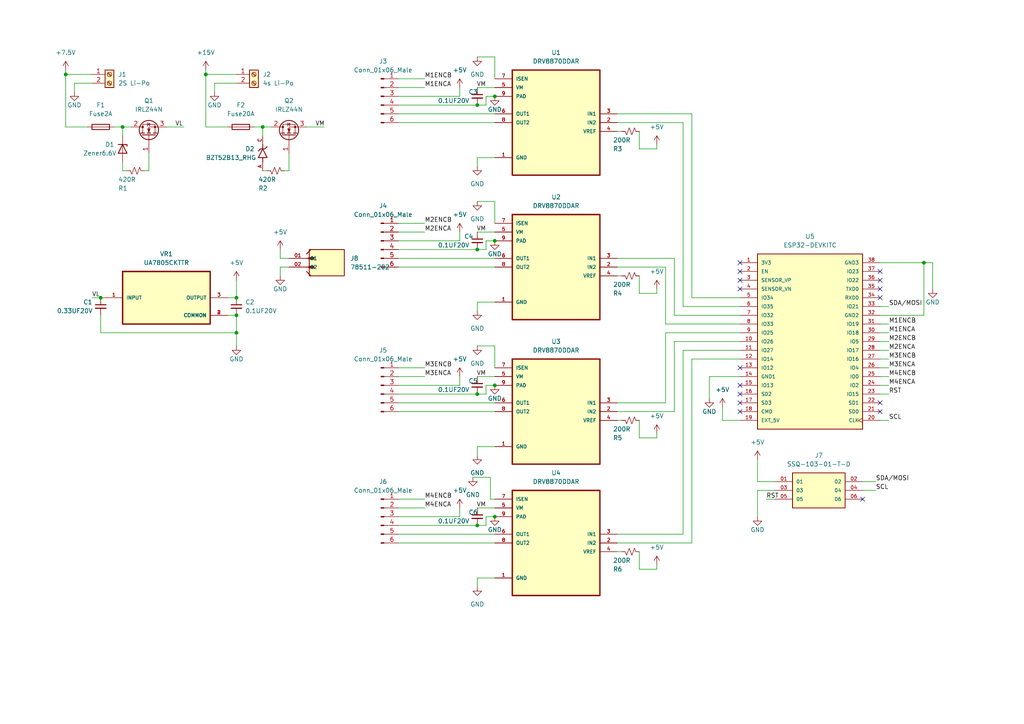
<source format=kicad_sch>
(kicad_sch (version 20211123) (generator eeschema)
  (paper "A4")
  (lib_symbols
    (symbol "78511-202:78511-202" (pin_names (offset 1.016))
      (property "Reference" "J" (at -5.58 5.08 0))
      (property "Value" "78511-202" (at -5.08 -5.08 0))
      (symbol "78511-202_0_0"
        (rectangle (start -4.445 -0.3175) (end -2.8575 0.3175) (stroke (width 0.1)) (fill (type outline)))
        (rectangle (start -4.445 2.2225) (end -2.8575 2.8575) (stroke (width 0.1)) (fill (type outline)))
        (rectangle (start -4.2863 -2.54) (end 5.8738 5.08) (stroke (width 0.254)) (fill (type background)))
        (polyline (pts (xy -5.08 -1.27) (xy -3.81 -2.54)) (stroke (width 0.254)))
        (polyline (pts (xy -5.08 0) (xy -3.175 0)) (stroke (width 0.254)))
        (polyline (pts (xy -5.08 2.54) (xy -3.175 2.54)) (stroke (width 0.254)))
        (polyline (pts (xy -5.08 3.81) (xy -3.81 5.08)) (stroke (width 0.254)))
        (pin passive line (at -10.16 2.54 0) (length 5.08) (name "01") (number "01"))
        (pin passive line (at -10.16 0 0) (length 5.08) (name "02") (number "02"))
      )
    )
    (symbol "BZT52B13_RHG:BZT52B13_RHG" (pin_names (offset 1.016))
      (property "Reference" "D" (at -5.08 2.54 0))
      (property "Value" "BZT52B13_RHG" (at -5.08 -3.81 0))
      (symbol "BZT52B13_RHG_0_0"
        (polyline (pts (xy -2.54 0) (xy -1.27 0)) (stroke (width 0.254)))
        (polyline (pts (xy -1.27 -1.27) (xy 1.27 0)) (stroke (width 0.254)))
        (polyline (pts (xy -1.27 0) (xy -1.27 -1.27)) (stroke (width 0.254)))
        (polyline (pts (xy -1.27 1.27) (xy -1.27 0)) (stroke (width 0.254)))
        (polyline (pts (xy 0.635 1.27) (xy 1.27 0.635)) (stroke (width 0.254)))
        (polyline (pts (xy 1.27 -0.635) (xy 1.905 -1.27)) (stroke (width 0.254)))
        (polyline (pts (xy 1.27 0) (xy -1.27 1.27)) (stroke (width 0.254)))
        (polyline (pts (xy 1.27 0) (xy 1.27 -0.635)) (stroke (width 0.254)))
        (polyline (pts (xy 1.27 0.635) (xy 1.27 0)) (stroke (width 0.254)))
        (polyline (pts (xy 2.54 0) (xy 1.27 0)) (stroke (width 0.254)))
        (pin passive line (at -5.08 0 0) (length 2.54) (name "~") (number "A"))
        (pin passive line (at 5.08 0 180) (length 2.54) (name "~") (number "C"))
      )
    )
    (symbol "Connector:Conn_01x06_Male" (pin_names (offset 1.016) hide)
      (property "Reference" "J" (at 0 7.62 0))
      (property "Value" "Conn_01x06_Male" (at 0 -10.16 0))
      (symbol "Conn_01x06_Male_1_1"
        (polyline (pts (xy 1.27 -7.62) (xy 0.8636 -7.62)) (stroke (width 0.1524)))
        (polyline (pts (xy 1.27 -5.08) (xy 0.8636 -5.08)) (stroke (width 0.1524)))
        (polyline (pts (xy 1.27 -2.54) (xy 0.8636 -2.54)) (stroke (width 0.1524)))
        (polyline (pts (xy 1.27 0) (xy 0.8636 0)) (stroke (width 0.1524)))
        (polyline (pts (xy 1.27 2.54) (xy 0.8636 2.54)) (stroke (width 0.1524)))
        (polyline (pts (xy 1.27 5.08) (xy 0.8636 5.08)) (stroke (width 0.1524)))
        (rectangle (start 0.8636 -7.493) (end 0 -7.747) (stroke (width 0.1524)) (fill (type outline)))
        (rectangle (start 0.8636 -4.953) (end 0 -5.207) (stroke (width 0.1524)) (fill (type outline)))
        (rectangle (start 0.8636 -2.413) (end 0 -2.667) (stroke (width 0.1524)) (fill (type outline)))
        (rectangle (start 0.8636 0.127) (end 0 -0.127) (stroke (width 0.1524)) (fill (type outline)))
        (rectangle (start 0.8636 2.667) (end 0 2.413) (stroke (width 0.1524)) (fill (type outline)))
        (rectangle (start 0.8636 5.207) (end 0 4.953) (stroke (width 0.1524)) (fill (type outline)))
        (pin passive line (at 5.08 5.08 180) (length 3.81) (name "Pin_1") (number "1"))
        (pin passive line (at 5.08 2.54 180) (length 3.81) (name "Pin_2") (number "2"))
        (pin passive line (at 5.08 0 180) (length 3.81) (name "Pin_3") (number "3"))
        (pin passive line (at 5.08 -2.54 180) (length 3.81) (name "Pin_4") (number "4"))
        (pin passive line (at 5.08 -5.08 180) (length 3.81) (name "Pin_5") (number "5"))
        (pin passive line (at 5.08 -7.62 180) (length 3.81) (name "Pin_6") (number "6"))
      )
    )
    (symbol "Connector:Screw_Terminal_01x02" (pin_names (offset 1.016) hide)
      (property "Reference" "J" (at 0 2.54 0))
      (property "Value" "Screw_Terminal_01x02" (at 0 -5.08 0))
      (symbol "Screw_Terminal_01x02_1_1"
        (rectangle (start -1.27 1.27) (end 1.27 -3.81) (stroke (width 0.254)) (fill (type background)))
        (circle (center 0 -2.54) (radius 0.635) (stroke (width 0.1524)))
        (polyline (pts (xy -0.5334 -2.2098) (xy 0.3302 -3.048)) (stroke (width 0.1524)))
        (polyline (pts (xy -0.5334 0.3302) (xy 0.3302 -0.508)) (stroke (width 0.1524)))
        (polyline (pts (xy -0.3556 -2.032) (xy 0.508 -2.8702)) (stroke (width 0.1524)))
        (polyline (pts (xy -0.3556 0.508) (xy 0.508 -0.3302)) (stroke (width 0.1524)))
        (circle (center 0 0) (radius 0.635) (stroke (width 0.1524)))
        (pin passive line (at -5.08 0 0) (length 3.81) (name "Pin_1") (number "1"))
        (pin passive line (at -5.08 -2.54 0) (length 3.81) (name "Pin_2") (number "2"))
      )
    )
    (symbol "DRV8870DDAR:DRV8870DDAR" (pin_names (offset 1.016))
      (property "Reference" "U" (at -12.7 16.24 0))
      (property "Value" "DRV8870DDAR" (at -12.7 -19.24 0))
      (symbol "DRV8870DDAR_0_0"
        (rectangle (start -12.7 -15.24) (end 12.7 15.24) (stroke (width 0.41)) (fill (type background)))
        (pin power_in line (at 17.78 -10.16 180) (length 5.08) (name "GND") (number "1"))
        (pin input line (at -17.78 0 0) (length 5.08) (name "IN2") (number "2"))
        (pin input line (at -17.78 2.54 0) (length 5.08) (name "IN1") (number "3"))
        (pin input line (at -17.78 -2.54 0) (length 5.08) (name "VREF") (number "4"))
        (pin power_in line (at 17.78 10.16 180) (length 5.08) (name "VM") (number "5"))
        (pin output line (at 17.78 2.54 180) (length 5.08) (name "OUT1") (number "6"))
        (pin power_in line (at 17.78 12.7 180) (length 5.08) (name "ISEN") (number "7"))
        (pin output line (at 17.78 0 180) (length 5.08) (name "OUT2") (number "8"))
        (pin power_in line (at 17.78 7.62 180) (length 5.08) (name "PAD") (number "9"))
      )
    )
    (symbol "Device:C_Small" (pin_numbers hide) (pin_names (offset 0.254) hide)
      (property "Reference" "C" (at 0.254 1.778 0))
      (property "Value" "C_Small" (at 0.254 -2.032 0))
      (symbol "C_Small_0_1"
        (polyline (pts (xy -1.524 -0.508) (xy 1.524 -0.508)) (stroke (width 0.3302)))
        (polyline (pts (xy -1.524 0.508) (xy 1.524 0.508)) (stroke (width 0.3048)))
      )
      (symbol "C_Small_1_1"
        (pin passive line (at 0 2.54 270) (length 2.032) (name "~") (number "1"))
        (pin passive line (at 0 -2.54 90) (length 2.032) (name "~") (number "2"))
      )
    )
    (symbol "Device:D_Zener" (pin_numbers hide) (pin_names (offset 1.016) hide)
      (property "Reference" "D" (at 0 2.54 0))
      (property "Value" "D_Zener" (at 0 -2.54 0))
      (symbol "D_Zener_0_1"
        (polyline (pts (xy 1.27 0) (xy -1.27 0)))
        (polyline (pts (xy -1.27 -1.27) (xy -1.27 1.27) (xy -0.762 1.27)) (stroke (width 0.254)))
        (polyline (pts (xy 1.27 -1.27) (xy 1.27 1.27) (xy -1.27 0) (xy 1.27 -1.27)) (stroke (width 0.254)))
      )
      (symbol "D_Zener_1_1"
        (pin passive line (at -3.81 0 0) (length 2.54) (name "K") (number "1"))
        (pin passive line (at 3.81 0 180) (length 2.54) (name "A") (number "2"))
      )
    )
    (symbol "Device:Fuse" (pin_numbers hide) (pin_names (offset 0))
      (property "Reference" "F" (at 2.032 0 90))
      (property "Value" "Fuse" (at -1.905 0 90))
      (symbol "Fuse_0_1"
        (rectangle (start -0.762 -2.54) (end 0.762 2.54) (stroke (width 0.254)))
        (polyline (pts (xy 0 2.54) (xy 0 -2.54)))
      )
      (symbol "Fuse_1_1"
        (pin passive line (at 0 3.81 270) (length 1.27) (name "~") (number "1"))
        (pin passive line (at 0 -3.81 90) (length 1.27) (name "~") (number "2"))
      )
    )
    (symbol "Device:R_Small_US" (pin_numbers hide) (pin_names (offset 0.254) hide)
      (property "Reference" "R" (at 0.762 0.508 0))
      (property "Value" "R_Small_US" (at 0.762 -1.016 0))
      (symbol "R_Small_US_1_1"
        (polyline (pts (xy 0 0) (xy 1.016 -0.381) (xy 0 -0.762) (xy -1.016 -1.143) (xy 0 -1.524)))
        (polyline (pts (xy 0 1.524) (xy 1.016 1.143) (xy 0 0.762) (xy -1.016 0.381) (xy 0 0)))
        (pin passive line (at 0 2.54 270) (length 1.016) (name "~") (number "1"))
        (pin passive line (at 0 -2.54 90) (length 1.016) (name "~") (number "2"))
      )
    )
    (symbol "ESP32-DEVKITC:ESP32-DEVKITC" (pin_names (offset 1.016))
      (property "Reference" "U" (at -15.2572 26.0643 0))
      (property "Value" "ESP32-DEVKITC" (at -15.2563 -27.9698 0))
      (symbol "ESP32-DEVKITC_0_0"
        (rectangle (start -15.24 -25.4) (end 15.24 25.4) (stroke (width 0.254)) (fill (type background)))
        (pin power_in line (at -20.32 22.86 0) (length 5.08) (name "3V3") (number "1"))
        (pin bidirectional line (at -20.32 0 0) (length 5.08) (name "IO26") (number "10"))
        (pin bidirectional line (at -20.32 -2.54 0) (length 5.08) (name "IO27") (number "11"))
        (pin bidirectional line (at -20.32 -5.08 0) (length 5.08) (name "IO14") (number "12"))
        (pin bidirectional line (at -20.32 -7.62 0) (length 5.08) (name "IO12") (number "13"))
        (pin power_in line (at -20.32 -10.16 0) (length 5.08) (name "GND1") (number "14"))
        (pin bidirectional line (at -20.32 -12.7 0) (length 5.08) (name "IO13") (number "15"))
        (pin bidirectional line (at -20.32 -15.24 0) (length 5.08) (name "SD2") (number "16"))
        (pin bidirectional line (at -20.32 -17.78 0) (length 5.08) (name "SD3") (number "17"))
        (pin bidirectional line (at -20.32 -20.32 0) (length 5.08) (name "CMD") (number "18"))
        (pin power_in line (at -20.32 -22.86 0) (length 5.08) (name "EXT_5V") (number "19"))
        (pin input line (at -20.32 20.32 0) (length 5.08) (name "EN") (number "2"))
        (pin input clock (at 20.32 -22.86 180) (length 5.08) (name "CLK") (number "20"))
        (pin bidirectional line (at 20.32 -20.32 180) (length 5.08) (name "SD0") (number "21"))
        (pin bidirectional line (at 20.32 -17.78 180) (length 5.08) (name "SD1") (number "22"))
        (pin bidirectional line (at 20.32 -15.24 180) (length 5.08) (name "IO15") (number "23"))
        (pin bidirectional line (at 20.32 -12.7 180) (length 5.08) (name "IO2") (number "24"))
        (pin bidirectional line (at 20.32 -10.16 180) (length 5.08) (name "IO0") (number "25"))
        (pin bidirectional line (at 20.32 -7.62 180) (length 5.08) (name "IO4") (number "26"))
        (pin bidirectional line (at 20.32 -5.08 180) (length 5.08) (name "IO16") (number "27"))
        (pin bidirectional line (at 20.32 -2.54 180) (length 5.08) (name "IO17") (number "28"))
        (pin bidirectional line (at 20.32 0 180) (length 5.08) (name "IO5") (number "29"))
        (pin input line (at -20.32 17.78 0) (length 5.08) (name "SENSOR_VP") (number "3"))
        (pin bidirectional line (at 20.32 2.54 180) (length 5.08) (name "IO18") (number "30"))
        (pin bidirectional line (at 20.32 5.08 180) (length 5.08) (name "IO19") (number "31"))
        (pin power_in line (at 20.32 7.62 180) (length 5.08) (name "GND2") (number "32"))
        (pin bidirectional line (at 20.32 10.16 180) (length 5.08) (name "IO21") (number "33"))
        (pin input line (at 20.32 12.7 180) (length 5.08) (name "RXD0") (number "34"))
        (pin output line (at 20.32 15.24 180) (length 5.08) (name "TXD0") (number "35"))
        (pin bidirectional line (at 20.32 17.78 180) (length 5.08) (name "IO22") (number "36"))
        (pin bidirectional line (at 20.32 20.32 180) (length 5.08) (name "IO23") (number "37"))
        (pin power_in line (at 20.32 22.86 180) (length 5.08) (name "GND3") (number "38"))
        (pin input line (at -20.32 15.24 0) (length 5.08) (name "SENSOR_VN") (number "4"))
        (pin bidirectional line (at -20.32 12.7 0) (length 5.08) (name "IO34") (number "5"))
        (pin bidirectional line (at -20.32 10.16 0) (length 5.08) (name "IO35") (number "6"))
        (pin bidirectional line (at -20.32 7.62 0) (length 5.08) (name "IO32") (number "7"))
        (pin bidirectional line (at -20.32 5.08 0) (length 5.08) (name "IO33") (number "8"))
        (pin bidirectional line (at -20.32 2.54 0) (length 5.08) (name "IO25") (number "9"))
      )
    )
    (symbol "SSQ-103-01-T-D:SSQ-103-01-T-D" (pin_names (offset 1.016))
      (property "Reference" "J" (at -8.12 5.08 0))
      (property "Value" "SSQ-103-01-T-D" (at -7.62 -7.62 0))
      (symbol "SSQ-103-01-T-D_0_0"
        (rectangle (start -7.62 -5.08) (end 7.62 5.08) (stroke (width 0.254)) (fill (type background)))
        (pin passive line (at -12.7 2.54 0) (length 5.08) (name "01") (number "01"))
        (pin passive line (at 12.7 2.54 180) (length 5.08) (name "02") (number "02"))
        (pin passive line (at -12.7 0 0) (length 5.08) (name "03") (number "03"))
        (pin passive line (at 12.7 0 180) (length 5.08) (name "04") (number "04"))
        (pin passive line (at -12.7 -2.54 0) (length 5.08) (name "05") (number "05"))
        (pin passive line (at 12.7 -2.54 180) (length 5.08) (name "06") (number "06"))
      )
    )
    (symbol "Transistor_FET:IRLZ44N" (pin_names hide)
      (property "Reference" "Q" (at 6.35 1.905 0))
      (property "Value" "IRLZ44N" (at 6.35 0 0))
      (symbol "IRLZ44N_0_1"
        (polyline (pts (xy 0.254 0) (xy -2.54 0)))
        (polyline (pts (xy 0.254 1.905) (xy 0.254 -1.905)) (stroke (width 0.254)))
        (polyline (pts (xy 0.762 -1.27) (xy 0.762 -2.286)) (stroke (width 0.254)))
        (polyline (pts (xy 0.762 0.508) (xy 0.762 -0.508)) (stroke (width 0.254)))
        (polyline (pts (xy 0.762 2.286) (xy 0.762 1.27)) (stroke (width 0.254)))
        (polyline (pts (xy 2.54 2.54) (xy 2.54 1.778)))
        (polyline (pts (xy 2.54 -2.54) (xy 2.54 0) (xy 0.762 0)))
        (polyline (pts (xy 0.762 -1.778) (xy 3.302 -1.778) (xy 3.302 1.778) (xy 0.762 1.778)))
        (polyline (pts (xy 1.016 0) (xy 2.032 0.381) (xy 2.032 -0.381) (xy 1.016 0)) (fill (type outline)))
        (polyline (pts (xy 2.794 0.508) (xy 2.921 0.381) (xy 3.683 0.381) (xy 3.81 0.254)))
        (polyline (pts (xy 3.302 0.381) (xy 2.921 -0.254) (xy 3.683 -0.254) (xy 3.302 0.381)))
        (circle (center 1.651 0) (radius 2.794) (stroke (width 0.254)))
        (circle (center 2.54 -1.778) (radius 0.254) (fill (type outline)))
        (circle (center 2.54 1.778) (radius 0.254) (fill (type outline)))
      )
      (symbol "IRLZ44N_1_1"
        (pin input line (at -5.08 0 0) (length 2.54) (name "G") (number "1"))
        (pin passive line (at 2.54 5.08 270) (length 2.54) (name "D") (number "2"))
        (pin passive line (at 2.54 -5.08 90) (length 2.54) (name "S") (number "3"))
      )
    )
    (symbol "UA7805CKTTR:UA7805CKTTR" (pin_names (offset 1.016))
      (property "Reference" "VR" (at -12.7 8.62 0))
      (property "Value" "UA7805CKTTR" (at -12.7 -11.62 0))
      (symbol "UA7805CKTTR_0_0"
        (rectangle (start -12.7 -7.62) (end 12.7 7.62) (stroke (width 0.41)) (fill (type background)))
        (pin input line (at -17.78 0 0) (length 5.08) (name "INPUT") (number "1"))
        (pin power_in line (at 17.78 5.08 180) (length 5.08) (name "COMMON") (number "2"))
        (pin output line (at 17.78 0 180) (length 5.08) (name "OUTPUT") (number "3"))
        (pin power_in line (at 17.78 5.08 180) (length 5.08) (name "COMMON") (number "4"))
      )
    )
    (symbol "power:+15V" (power) (pin_names (offset 0))
      (property "Value" "+15V" (at 0 3.556 0))
      (symbol "+15V_0_1"
        (polyline (pts (xy -0.762 1.27) (xy 0 2.54)))
        (polyline (pts (xy 0 0) (xy 0 2.54)))
        (polyline (pts (xy 0 2.54) (xy 0.762 1.27)))
      )
      (symbol "+15V_1_1"
        (pin power_in line (at 0 0 90) (length 0) hide (name "+15V") (number "1"))
      )
    )
    (symbol "power:+5V" (power) (pin_names (offset 0))
      (property "Value" "+5V" (at 0 3.556 0))
      (symbol "+5V_0_1"
        (polyline (pts (xy -0.762 1.27) (xy 0 2.54)))
        (polyline (pts (xy 0 0) (xy 0 2.54)))
        (polyline (pts (xy 0 2.54) (xy 0.762 1.27)))
      )
      (symbol "+5V_1_1"
        (pin power_in line (at 0 0 90) (length 0) hide (name "+5V") (number "1"))
      )
    )
    (symbol "power:+7.5V" (power) (pin_names (offset 0))
      (property "Value" "+7.5V" (at 0 3.556 0))
      (symbol "+7.5V_0_1"
        (polyline (pts (xy -0.762 1.27) (xy 0 2.54)))
        (polyline (pts (xy 0 0) (xy 0 2.54)))
        (polyline (pts (xy 0 2.54) (xy 0.762 1.27)))
      )
      (symbol "+7.5V_1_1"
        (pin power_in line (at 0 0 90) (length 0) hide (name "+7.5V") (number "1"))
      )
    )
    (symbol "power:GND" (power) (pin_names (offset 0))
      (property "Value" "GND" (at 0 -3.81 0))
      (symbol "GND_0_1"
        (polyline (pts (xy 0 0) (xy 0 -1.27) (xy 1.27 -1.27) (xy 0 -2.54) (xy -1.27 -1.27) (xy 0 -1.27)))
      )
      (symbol "GND_1_1"
        (pin power_in line (at 0 0 270) (length 0) hide (name "GND") (number "1"))
      )
    )
  )
  (junction (at 143.51 69.85))
  (junction (at 138.43 72.39))
  (junction (at 19.05 21.59))
  (junction (at 138.43 114.3))
  (junction (at 143.51 27.94))
  (junction (at 143.51 149.86))
  (junction (at 29.21 86.36))
  (junction (at 59.69 21.59))
  (junction (at 76.2 36.83))
  (junction (at 68.58 86.36))
  (junction (at 138.43 152.4))
  (junction (at 143.51 111.76))
  (junction (at 68.58 96.52))
  (junction (at 68.58 91.44))
  (junction (at 138.43 30.48))
  (junction (at 267.97 76.2))
  (junction (at 35.56 36.83))
  (no_connect (at 214.63 106.68))
  (no_connect (at 255.27 86.36))
  (no_connect (at 214.63 76.2))
  (no_connect (at 214.63 116.84))
  (no_connect (at 255.27 119.38))
  (no_connect (at 255.27 116.84))
  (no_connect (at 214.63 83.82))
  (no_connect (at 214.63 78.74))
  (no_connect (at 255.27 83.82))
  (no_connect (at 214.63 81.28))
  (no_connect (at 214.63 111.76))
  (no_connect (at 255.27 81.28))
  (no_connect (at 214.63 114.3))
  (no_connect (at 255.27 78.74))
  (no_connect (at 250.19 144.78))
  (no_connect (at 214.63 119.38))
  (wire (pts (xy 190.5 83.82) (xy 190.5 85.09)))
  (wire (pts (xy 29.21 96.52) (xy 68.58 96.52)))
  (wire (pts (xy 66.04 86.36) (xy 68.58 86.36)))
  (wire (pts (xy 59.69 21.59) (xy 68.58 21.59)))
  (wire (pts (xy 267.97 76.2) (xy 270.51 76.2)))
  (wire (pts (xy 138.43 129.54) (xy 138.43 132.08)))
  (wire (pts (xy 200.66 157.48) (xy 179.07 157.48)))
  (wire (pts (xy 143.51 22.86) (xy 143.51 16.51)))
  (wire (pts (xy 35.56 49.53) (xy 36.83 49.53)))
  (wire (pts (xy 143.51 129.54) (xy 138.43 129.54)))
  (wire (pts (xy 48.26 36.83) (xy 53.34 36.83)))
  (wire (pts (xy 138.43 45.72) (xy 138.43 48.26)))
  (wire (pts (xy 198.12 35.56) (xy 179.07 35.56)))
  (wire (pts (xy 222.25 144.78) (xy 224.79 144.78)))
  (wire (pts (xy 143.51 87.63) (xy 138.43 87.63)))
  (wire (pts (xy 19.05 20.32) (xy 19.05 21.59)))
  (wire (pts (xy 214.63 88.9) (xy 198.12 88.9)))
  (wire (pts (xy 250.19 139.7) (xy 254 139.7)))
  (wire (pts (xy 143.51 106.68) (xy 143.51 100.33)))
  (wire (pts (xy 190.5 125.73) (xy 190.5 127)))
  (wire (pts (xy 198.12 154.94) (xy 179.07 154.94)))
  (wire (pts (xy 200.66 86.36) (xy 200.66 33.02)))
  (wire (pts (xy 195.58 91.44) (xy 195.58 74.93)))
  (wire (pts (xy 267.97 91.44) (xy 267.97 76.2)))
  (wire (pts (xy 214.63 101.6) (xy 198.12 101.6)))
  (wire (pts (xy 255.27 91.44) (xy 267.97 91.44)))
  (wire (pts (xy 73.66 36.83) (xy 76.2 36.83)))
  (wire (pts (xy 193.04 93.98) (xy 193.04 77.47)))
  (wire (pts (xy 29.21 91.44) (xy 29.21 96.52)))
  (wire (pts (xy 83.82 49.53) (xy 83.82 44.45)))
  (wire (pts (xy 205.74 109.22) (xy 205.74 115.57)))
  (wire (pts (xy 185.42 80.01) (xy 185.42 85.09)))
  (wire (pts (xy 19.05 21.59) (xy 19.05 36.83)))
  (wire (pts (xy 143.51 64.77) (xy 143.51 58.42)))
  (wire (pts (xy 140.97 149.86) (xy 143.51 149.86)))
  (wire (pts (xy 219.71 133.35) (xy 219.71 139.7)))
  (wire (pts (xy 179.07 38.1) (xy 180.34 38.1)))
  (wire (pts (xy 81.28 72.39) (xy 81.28 74.93)))
  (wire (pts (xy 255.27 104.14) (xy 257.81 104.14)))
  (wire (pts (xy 68.58 91.44) (xy 68.58 96.52)))
  (wire (pts (xy 115.57 154.94) (xy 143.51 154.94)))
  (wire (pts (xy 140.97 111.76) (xy 143.51 111.76)))
  (wire (pts (xy 185.42 38.1) (xy 185.42 43.18)))
  (wire (pts (xy 255.27 93.98) (xy 257.81 93.98)))
  (wire (pts (xy 59.69 21.59) (xy 59.69 20.32)))
  (wire (pts (xy 255.27 106.68) (xy 257.81 106.68)))
  (wire (pts (xy 140.97 152.4) (xy 140.97 149.86)))
  (wire (pts (xy 195.58 119.38) (xy 179.07 119.38)))
  (wire (pts (xy 214.63 99.06) (xy 195.58 99.06)))
  (wire (pts (xy 115.57 152.4) (xy 138.43 152.4)))
  (wire (pts (xy 138.43 30.48) (xy 115.57 30.48)))
  (wire (pts (xy 209.55 118.11) (xy 209.55 121.92)))
  (wire (pts (xy 198.12 88.9) (xy 198.12 35.56)))
  (wire (pts (xy 190.5 163.83) (xy 190.5 165.1)))
  (wire (pts (xy 83.82 77.47) (xy 81.28 77.47)))
  (wire (pts (xy 138.43 25.4) (xy 143.51 25.4)))
  (wire (pts (xy 88.9 36.83) (xy 93.98 36.83)))
  (wire (pts (xy 140.97 69.85) (xy 143.51 69.85)))
  (wire (pts (xy 115.57 22.86) (xy 123.19 22.86)))
  (wire (pts (xy 115.57 72.39) (xy 138.43 72.39)))
  (wire (pts (xy 185.42 85.09) (xy 190.5 85.09)))
  (wire (pts (xy 185.42 43.18) (xy 190.5 43.18)))
  (wire (pts (xy 35.56 46.99) (xy 35.56 49.53)))
  (wire (pts (xy 115.57 144.78) (xy 123.19 144.78)))
  (wire (pts (xy 185.42 165.1) (xy 190.5 165.1)))
  (wire (pts (xy 193.04 77.47) (xy 179.07 77.47)))
  (wire (pts (xy 214.63 91.44) (xy 195.58 91.44)))
  (wire (pts (xy 255.27 88.9) (xy 257.81 88.9)))
  (wire (pts (xy 143.51 100.33) (xy 138.43 100.33)))
  (wire (pts (xy 179.07 160.02) (xy 180.34 160.02)))
  (wire (pts (xy 62.23 24.13) (xy 62.23 26.67)))
  (wire (pts (xy 143.51 45.72) (xy 138.43 45.72)))
  (wire (pts (xy 26.67 86.36) (xy 29.21 86.36)))
  (wire (pts (xy 142.24 144.78) (xy 143.51 144.78)))
  (wire (pts (xy 19.05 21.59) (xy 26.67 21.59)))
  (wire (pts (xy 198.12 101.6) (xy 198.12 154.94)))
  (wire (pts (xy 82.55 49.53) (xy 83.82 49.53)))
  (wire (pts (xy 115.57 77.47) (xy 143.51 77.47)))
  (wire (pts (xy 255.27 109.22) (xy 257.81 109.22)))
  (wire (pts (xy 115.57 35.56) (xy 143.51 35.56)))
  (wire (pts (xy 185.42 160.02) (xy 185.42 165.1)))
  (wire (pts (xy 133.35 67.31) (xy 133.35 69.85)))
  (wire (pts (xy 214.63 86.36) (xy 200.66 86.36)))
  (wire (pts (xy 138.43 72.39) (xy 140.97 72.39)))
  (wire (pts (xy 81.28 74.93) (xy 83.82 74.93)))
  (wire (pts (xy 270.51 76.2) (xy 270.51 83.82)))
  (wire (pts (xy 115.57 149.86) (xy 133.35 149.86)))
  (wire (pts (xy 43.18 49.53) (xy 43.18 44.45)))
  (wire (pts (xy 214.63 104.14) (xy 200.66 104.14)))
  (wire (pts (xy 81.28 77.47) (xy 81.28 80.01)))
  (wire (pts (xy 140.97 114.3) (xy 140.97 111.76)))
  (wire (pts (xy 143.51 27.94) (xy 140.97 27.94)))
  (wire (pts (xy 143.51 58.42) (xy 138.43 58.42)))
  (wire (pts (xy 138.43 67.31) (xy 143.51 67.31)))
  (wire (pts (xy 138.43 109.22) (xy 143.51 109.22)))
  (wire (pts (xy 214.63 96.52) (xy 193.04 96.52)))
  (wire (pts (xy 115.57 69.85) (xy 133.35 69.85)))
  (wire (pts (xy 255.27 114.3) (xy 257.81 114.3)))
  (wire (pts (xy 35.56 36.83) (xy 35.56 39.37)))
  (wire (pts (xy 21.59 24.13) (xy 21.59 26.67)))
  (wire (pts (xy 138.43 167.64) (xy 138.43 170.18)))
  (wire (pts (xy 140.97 27.94) (xy 140.97 30.48)))
  (wire (pts (xy 138.43 152.4) (xy 140.97 152.4)))
  (wire (pts (xy 200.66 104.14) (xy 200.66 157.48)))
  (wire (pts (xy 68.58 81.28) (xy 68.58 86.36)))
  (wire (pts (xy 185.42 121.92) (xy 185.42 127)))
  (wire (pts (xy 29.21 86.36) (xy 30.48 86.36)))
  (wire (pts (xy 33.02 36.83) (xy 35.56 36.83)))
  (wire (pts (xy 255.27 111.76) (xy 257.81 111.76)))
  (wire (pts (xy 138.43 87.63) (xy 138.43 90.17)))
  (wire (pts (xy 179.07 80.01) (xy 180.34 80.01)))
  (wire (pts (xy 140.97 30.48) (xy 138.43 30.48)))
  (wire (pts (xy 257.81 121.92) (xy 255.27 121.92)))
  (wire (pts (xy 115.57 27.94) (xy 133.35 27.94)))
  (wire (pts (xy 250.19 142.24) (xy 254 142.24)))
  (wire (pts (xy 185.42 127) (xy 190.5 127)))
  (wire (pts (xy 214.63 121.92) (xy 209.55 121.92)))
  (wire (pts (xy 76.2 36.83) (xy 78.74 36.83)))
  (wire (pts (xy 115.57 114.3) (xy 138.43 114.3)))
  (wire (pts (xy 35.56 36.83) (xy 38.1 36.83)))
  (wire (pts (xy 193.04 96.52) (xy 193.04 116.84)))
  (wire (pts (xy 19.05 36.83) (xy 25.4 36.83)))
  (wire (pts (xy 115.57 116.84) (xy 143.51 116.84)))
  (wire (pts (xy 138.43 147.32) (xy 143.51 147.32)))
  (wire (pts (xy 68.58 24.13) (xy 62.23 24.13)))
  (wire (pts (xy 115.57 111.76) (xy 133.35 111.76)))
  (wire (pts (xy 133.35 109.22) (xy 133.35 111.76)))
  (wire (pts (xy 219.71 142.24) (xy 219.71 149.86)))
  (wire (pts (xy 115.57 64.77) (xy 123.19 64.77)))
  (wire (pts (xy 41.91 49.53) (xy 43.18 49.53)))
  (wire (pts (xy 138.43 114.3) (xy 140.97 114.3)))
  (wire (pts (xy 133.35 147.32) (xy 133.35 149.86)))
  (wire (pts (xy 133.35 25.4) (xy 133.35 27.94)))
  (wire (pts (xy 190.5 41.91) (xy 190.5 43.18)))
  (wire (pts (xy 76.2 36.83) (xy 76.2 39.37)))
  (wire (pts (xy 193.04 116.84) (xy 179.07 116.84)))
  (wire (pts (xy 179.07 121.92) (xy 180.34 121.92)))
  (wire (pts (xy 214.63 93.98) (xy 193.04 93.98)))
  (wire (pts (xy 115.57 74.93) (xy 143.51 74.93)))
  (wire (pts (xy 59.69 36.83) (xy 66.04 36.83)))
  (wire (pts (xy 219.71 142.24) (xy 224.79 142.24)))
  (wire (pts (xy 115.57 33.02) (xy 143.51 33.02)))
  (wire (pts (xy 115.57 25.4) (xy 123.19 25.4)))
  (wire (pts (xy 255.27 96.52) (xy 257.81 96.52)))
  (wire (pts (xy 142.24 138.43) (xy 137.16 138.43)))
  (wire (pts (xy 66.04 91.44) (xy 68.58 91.44)))
  (wire (pts (xy 68.58 96.52) (xy 68.58 100.33)))
  (wire (pts (xy 115.57 106.68) (xy 123.19 106.68)))
  (wire (pts (xy 255.27 76.2) (xy 267.97 76.2)))
  (wire (pts (xy 59.69 21.59) (xy 59.69 36.83)))
  (wire (pts (xy 142.24 144.78) (xy 142.24 138.43)))
  (wire (pts (xy 257.81 99.06) (xy 255.27 99.06)))
  (wire (pts (xy 140.97 72.39) (xy 140.97 69.85)))
  (wire (pts (xy 195.58 74.93) (xy 179.07 74.93)))
  (wire (pts (xy 224.79 139.7) (xy 219.71 139.7)))
  (wire (pts (xy 195.58 99.06) (xy 195.58 119.38)))
  (wire (pts (xy 115.57 119.38) (xy 143.51 119.38)))
  (wire (pts (xy 26.67 24.13) (xy 21.59 24.13)))
  (wire (pts (xy 76.2 49.53) (xy 77.47 49.53)))
  (wire (pts (xy 200.66 33.02) (xy 179.07 33.02)))
  (wire (pts (xy 214.63 109.22) (xy 205.74 109.22)))
  (wire (pts (xy 115.57 147.32) (xy 123.19 147.32)))
  (wire (pts (xy 115.57 109.22) (xy 123.19 109.22)))
  (wire (pts (xy 115.57 157.48) (xy 143.51 157.48)))
  (wire (pts (xy 143.51 167.64) (xy 138.43 167.64)))
  (wire (pts (xy 257.81 101.6) (xy 255.27 101.6)))
  (wire (pts (xy 115.57 67.31) (xy 123.19 67.31)))
  (wire (pts (xy 143.51 16.51) (xy 138.43 16.51)))
  (label "M1ENCB" (at 257.81 93.98 0))
  (label "M1ENCB" (at 123.19 22.86 0))
  (label "M4ENCB" (at 257.81 109.22 0))
  (label "RST" (at 257.81 114.3 0))
  (label "M2ENCB" (at 123.19 64.77 0))
  (label "SCL" (at 254 142.24 0))
  (label "M3ENCA" (at 257.81 106.68 0))
  (label "RST" (at 222.25 144.78 0))
  (label "M4ENCA" (at 257.81 111.76 0))
  (label "VL" (at 50.8 36.83 0))
  (label "VL" (at 26.67 86.36 0))
  (label "M4ENCB" (at 123.19 144.78 0))
  (label "M1ENCA" (at 123.19 25.4 0))
  (label "M2ENCB" (at 257.81 99.06 0))
  (label "VM" (at 140.97 147.32 180))
  (label "VM" (at 140.97 109.22 180))
  (label "M3ENCB" (at 257.81 104.14 0))
  (label "SCL" (at 257.81 121.92 0))
  (label "VM" (at 91.44 36.83 0))
  (label "SDA{slash}MOSI" (at 254 139.7 0))
  (label "M2ENCA" (at 257.81 101.6 0))
  (label "M2ENCA" (at 123.19 67.31 0))
  (label "VM" (at 140.97 67.31 180))
  (label "SDA{slash}MOSI" (at 257.81 88.9 0))
  (label "M1ENCA" (at 257.81 96.52 0))
  (label "M3ENCB" (at 123.19 106.68 0))
  (label "VM" (at 140.97 25.4 180))
  (label "M3ENCA" (at 123.19 109.22 0))
  (label "M4ENCA" (at 123.19 147.32 0))
  (symbol (lib_id "Connector:Conn_01x06_Male") (at 110.49 69.85 0) (unit 1)
    (property "Reference" "J4" (at 111.125 59.69 0))
    (property "Value" "Conn_01x06_Male" (at 111.125 62.23 0))
    (property "Footprint" "Connector_PinHeader_2.54mm:PinHeader_1x06_P2.54mm_Vertical" (effects hide))
  )
  (symbol (lib_id "BZT52B13_RHG:BZT52B13_RHG") (at 76.2 44.45 90) (unit 1)
    (property "Reference" "D2" (at 71.12 43.18 90) (effects (justify right)))
    (property "Value" "BZT52B13_RHG" (at 59.69 45.72 90) (effects (justify right)))
    (property "Footprint" "BZT52B13_RHGzener13:DIO_BZT52B13_RHG" (effects hide))
    (property "MANUFACTURER" "Taiwan Semiconductor" (effects hide))
    (property "STANDARD" "Manufacturer Recommendations" (effects hide))
    (property "MAXIMUM_PACKAGE_HEIGHT" "1.15 mm" (effects hide))
    (property "PARTREV" "F15" (effects hide))
  )
  (symbol (lib_id "Device:R_Small_US") (at 182.88 160.02 90) (mirror x) (unit 1)
    (property "Reference" "R6" (at 177.8 165.1 90) (effects (justify right)))
    (property "Value" "200R" (at 177.8 162.56 90) (effects (justify right)))
    (property "Footprint" "Resistor_SMD:R_1206_3216Metric" (effects hide))
  )
  (symbol (lib_id "Device:C_Small") (at 68.58 88.9 0) (mirror y) (unit 1)
    (property "Reference" "C2" (at 71.12 87.63 0) (effects (justify right)))
    (property "Value" "0.1UF20V" (at 71.12 90.17 0) (effects (justify right)))
    (property "Footprint" "Capacitor_SMD:C_0402_1005Metric" (effects hide))
  )
  (symbol (lib_id "power:GND") (at 62.23 26.67 0) (unit 1)
    (property "Reference" "#PWR0118" (effects hide))
    (property "Value" "GND" (at 62.23 30.48 0))
  )
  (symbol (lib_id "DRV8870DDAR:DRV8870DDAR") (at 161.29 119.38 0) (mirror y) (unit 1)
    (property "Reference" "U3" (at 161.29 99.06 0))
    (property "Value" "DRV8870DDAR" (at 161.29 101.6 0))
    (property "Footprint" "DRV8870DDAR:VREG_LM5017MR_NOPB" (effects hide))
  )
  (symbol (lib_id "power:+5V") (at 133.35 67.31 0) (unit 1)
    (property "Reference" "#PWR0113" (effects hide))
    (property "Value" "+5V" (at 133.35 62.23 0))
  )
  (symbol (lib_id "Connector:Screw_Terminal_01x02") (at 31.75 21.59 0) (unit 1)
    (property "Reference" "J1" (at 34.29 21.5899 0) (effects (justify left)))
    (property "Value" "2S Li-Po" (at 34.29 24.1299 0) (effects (justify left)))
    (property "Footprint" "2 Position Wire to Board Terminal Block Horizontal with Board 0.197 (5:2 Position Wire to Board Terminal Block Horizontal with Board 0.197 (5.00mm) Through Hole" (effects hide))
  )
  (symbol (lib_id "power:GND") (at 138.43 58.42 0) (unit 1)
    (property "Reference" "#PWR0129" (effects hide))
    (property "Value" "GND" (at 138.43 63.5 0))
  )
  (symbol (lib_id "Device:C_Small") (at 29.21 88.9 0) (mirror y) (unit 1)
    (property "Reference" "C1" (at 24.13 87.63 0) (effects (justify right)))
    (property "Value" "0.33UF20V" (at 16.51 90.17 0) (effects (justify right)))
    (property "Footprint" "Capacitor_SMD:C_0201_0603Metric" (effects hide))
  )
  (symbol (lib_id "power:GND") (at 138.43 132.08 0) (unit 1)
    (property "Reference" "#PWR0108" (effects hide))
    (property "Value" "GND" (at 138.43 137.16 0))
  )
  (symbol (lib_id "Device:R_Small_US") (at 182.88 38.1 90) (mirror x) (unit 1)
    (property "Reference" "R3" (at 177.8 43.18 90) (effects (justify right)))
    (property "Value" "200R" (at 177.8 40.64 90) (effects (justify right)))
    (property "Footprint" "Resistor_SMD:R_1206_3216Metric" (effects hide))
  )
  (symbol (lib_id "power:+5V") (at 190.5 83.82 0) (unit 1)
    (property "Reference" "#PWR0127" (effects hide))
    (property "Value" "+5V" (at 190.5 78.74 0))
  )
  (symbol (lib_id "78511-202:78511-202") (at 93.98 77.47 0) (unit 1)
    (property "Reference" "J8" (at 101.6 74.9299 0) (effects (justify left)))
    (property "Value" "78511-202" (at 101.6 77.4699 0) (effects (justify left)))
    (property "Footprint" "AMPHENOL_78511-202" (effects hide))
    (property "PARTREV" "DF" (effects hide))
    (property "MANUFACTURER" "Amphenol ICC (FCI)" (effects hide))
    (property "STANDARD" "Manufacturer Recommendations" (effects hide))
  )
  (symbol (lib_id "Connector:Screw_Terminal_01x02") (at 73.66 21.59 0) (unit 1)
    (property "Reference" "J2" (at 76.2 21.5899 0) (effects (justify left)))
    (property "Value" "4s Li-Po" (at 76.2 24.1299 0) (effects (justify left)))
    (property "Footprint" "2 Position Wire to Board Terminal Block Horizontal with Board 0.197 (5:2 Position Wire to Board Terminal Block Horizontal with Board 0.197 (5.00mm) Through Hole" (effects hide))
  )
  (symbol (lib_id "power:GND") (at 143.51 111.76 0) (unit 1)
    (property "Reference" "#PWR0109" (effects hide))
    (property "Value" "GND" (at 143.51 115.57 0))
  )
  (symbol (lib_id "power:GND") (at 137.16 138.43 0) (unit 1)
    (property "Reference" "#PWR0122" (effects hide))
    (property "Value" "GND" (at 137.16 143.51 0))
  )
  (symbol (lib_id "power:GND") (at 138.43 48.26 0) (unit 1)
    (property "Reference" "#PWR0112" (effects hide))
    (property "Value" "GND" (at 138.43 53.34 0))
  )
  (symbol (lib_id "power:GND") (at 143.51 149.86 0) (unit 1)
    (property "Reference" "#PWR0105" (effects hide))
    (property "Value" "GND" (at 143.51 153.67 0))
  )
  (symbol (lib_id "power:GND") (at 81.28 80.01 0) (unit 1)
    (property "Reference" "#PWR0133" (effects hide))
    (property "Value" "GND" (at 81.28 83.82 0))
  )
  (symbol (lib_id "power:+5V") (at 133.35 25.4 0) (unit 1)
    (property "Reference" "#PWR0114" (effects hide))
    (property "Value" "+5V" (at 133.35 20.32 0))
  )
  (symbol (lib_id "Device:Fuse") (at 69.85 36.83 90) (unit 1)
    (property "Reference" "F2" (at 69.85 30.48 90))
    (property "Value" "Fuse20A" (at 69.85 33.02 90))
    (property "Footprint" "FUSC3215X85N:FUSC3215X85N" (effects hide))
  )
  (symbol (lib_id "Device:C_Small") (at 138.43 111.76 0) (mirror y) (unit 1)
    (property "Reference" "C5" (at 135.89 110.49 0) (effects (justify right)))
    (property "Value" "0.1UF20V" (at 127 113.03 0) (effects (justify right)))
    (property "Footprint" "Capacitor_SMD:C_0402_1005Metric" (effects hide))
  )
  (symbol (lib_id "power:GND") (at 219.71 149.86 0) (unit 1)
    (property "Reference" "#PWR0131" (effects hide))
    (property "Value" "GND" (at 219.71 153.67 0))
  )
  (symbol (lib_id "power:+5V") (at 81.28 72.39 0) (unit 1)
    (property "Reference" "#PWR0132" (effects hide))
    (property "Value" "+5V" (at 81.28 67.31 0))
  )
  (symbol (lib_id "power:GND") (at 68.58 100.33 0) (unit 1)
    (property "Reference" "#PWR0101" (effects hide))
    (property "Value" "GND" (at 68.58 104.14 0))
  )
  (symbol (lib_id "power:GND") (at 138.43 16.51 0) (unit 1)
    (property "Reference" "#PWR0125" (effects hide))
    (property "Value" "GND" (at 138.43 21.59 0))
  )
  (symbol (lib_id "Device:R_Small_US") (at 182.88 80.01 90) (mirror x) (unit 1)
    (property "Reference" "R4" (at 177.8 85.09 90) (effects (justify right)))
    (property "Value" "200R" (at 177.8 82.55 90) (effects (justify right)))
    (property "Footprint" "Resistor_SMD:R_1206_3216Metric" (effects hide))
  )
  (symbol (lib_id "power:GND") (at 270.51 83.82 0) (unit 1)
    (property "Reference" "#PWR0121" (effects hide))
    (property "Value" "GND" (at 270.51 87.63 0))
  )
  (symbol (lib_id "Device:C_Small") (at 138.43 27.94 0) (mirror y) (unit 1)
    (property "Reference" "C3" (at 135.89 26.67 0) (effects (justify right)))
    (property "Value" "0.1UF20V" (at 127 29.21 0) (effects (justify right)))
    (property "Footprint" "Capacitor_SMD:C_0402_1005Metric" (effects hide))
  )
  (symbol (lib_id "power:+5V") (at 68.58 81.28 0) (unit 1)
    (property "Reference" "#PWR0102" (effects hide))
    (property "Value" "+5V" (at 68.58 76.2 0))
  )
  (symbol (lib_id "SSQ-103-01-T-D:SSQ-103-01-T-D") (at 237.49 142.24 0) (unit 1)
    (property "Reference" "J7" (at 237.49 132.08 0))
    (property "Value" "SSQ-103-01-T-D" (at 237.49 134.62 0))
    (property "Footprint" "SSQ-103-01-T-D:SAMTEC_SSQ-103-01-T-D" (effects hide))
    (property "PARTREV" "R" (effects hide))
    (property "STANDARD" "Manufacturer Recommendations" (effects hide))
    (property "MANUFACTURER" "Samtec" (effects hide))
  )
  (symbol (lib_id "Connector:Conn_01x06_Male") (at 110.49 111.76 0) (unit 1)
    (property "Reference" "J5" (at 111.125 101.6 0))
    (property "Value" "Conn_01x06_Male" (at 111.125 104.14 0))
    (property "Footprint" "Connector_PinSocket_2.54mm:PinSocket_1x06_P2.54mm_Vertical" (effects hide))
  )
  (symbol (lib_id "power:+5V") (at 133.35 109.22 0) (unit 1)
    (property "Reference" "#PWR0104" (effects hide))
    (property "Value" "+5V" (at 133.35 104.14 0))
  )
  (symbol (lib_id "power:+5V") (at 133.35 147.32 0) (unit 1)
    (property "Reference" "#PWR0106" (effects hide))
    (property "Value" "+5V" (at 133.35 142.24 0))
  )
  (symbol (lib_id "power:+15V") (at 59.69 20.32 0) (unit 1)
    (property "Reference" "#PWR0117" (effects hide))
    (property "Value" "+15V" (at 59.69 15.24 0))
  )
  (symbol (lib_id "Device:R_Small_US") (at 39.37 49.53 90) (mirror x) (unit 1)
    (property "Reference" "R1" (at 34.29 54.61 90) (effects (justify right)))
    (property "Value" "420R" (at 34.29 52.07 90) (effects (justify right)))
    (property "Footprint" "Resistor_SMD:R_0805_2012Metric" (effects hide))
  )
  (symbol (lib_id "power:+5V") (at 219.71 133.35 0) (unit 1)
    (property "Reference" "#PWR0130" (effects hide))
    (property "Value" "+5V" (at 219.71 128.27 0))
  )
  (symbol (lib_id "power:+5V") (at 190.5 163.83 0) (unit 1)
    (property "Reference" "#PWR0124" (effects hide))
    (property "Value" "+5V" (at 190.5 158.75 0))
  )
  (symbol (lib_id "ESP32-DEVKITC:ESP32-DEVKITC") (at 234.95 99.06 0) (unit 1)
    (property "Reference" "U5" (at 234.95 68.58 0))
    (property "Value" "ESP32-DEVKITC" (at 234.95 71.12 0))
    (property "Footprint" "ESP32-DEVKITC:MODULE_ESP32-DEVKITC" (effects hide))
    (property "STANDARD" "Manufacturer Recommendations" (effects hide))
    (property "PARTREV" "N/A" (effects hide))
    (property "MANUFACTURER" "ESPRESSIF" (effects hide))
  )
  (symbol (lib_id "Device:R_Small_US") (at 80.01 49.53 90) (mirror x) (unit 1)
    (property "Reference" "R2" (at 74.93 54.61 90) (effects (justify right)))
    (property "Value" "420R" (at 74.93 52.07 90) (effects (justify right)))
    (property "Footprint" "Resistor_SMD:R_0805_2012Metric" (effects hide))
  )
  (symbol (lib_id "UA7805CKTTR:UA7805CKTTR") (at 48.26 86.36 0) (mirror x) (unit 1)
    (property "Reference" "VR1" (at 48.26 73.66 0))
    (property "Value" "UA7805CKTTR" (at 48.26 76.2 0))
    (property "Footprint" "UA7805CKTTR:TO254P1524X483-4N" (effects hide))
  )
  (symbol (lib_id "Transistor_FET:IRLZ44N") (at 83.82 39.37 90) (unit 1)
    (property "Reference" "Q2" (at 83.82 29.21 90))
    (property "Value" "IRLZ44N" (at 83.82 31.75 90))
    (property "Footprint" "Package_TO_SOT_SMD:TO-263-2" (effects hide))
    (property "Datasheet" "http://www.irf.com/product-info/datasheets/data/irlz44n.pdf" (effects hide))
  )
  (symbol (lib_id "DRV8870DDAR:DRV8870DDAR") (at 161.29 35.56 0) (mirror y) (unit 1)
    (property "Reference" "U1" (at 161.29 15.24 0))
    (property "Value" "DRV8870DDAR" (at 161.29 17.78 0))
    (property "Footprint" "DRV8870DDAR:VREG_LM5017MR_NOPB" (effects hide))
  )
  (symbol (lib_id "DRV8870DDAR:DRV8870DDAR") (at 161.29 157.48 0) (mirror y) (unit 1)
    (property "Reference" "U4" (at 161.29 137.16 0))
    (property "Value" "DRV8870DDAR" (at 161.29 139.7 0))
    (property "Footprint" "DRV8870DDAR:VREG_LM5017MR_NOPB" (effects hide))
  )
  (symbol (lib_id "power:GND") (at 138.43 90.17 0) (unit 1)
    (property "Reference" "#PWR0103" (effects hide))
    (property "Value" "GND" (at 138.43 95.25 0))
  )
  (symbol (lib_id "power:GND") (at 21.59 26.67 0) (unit 1)
    (property "Reference" "#PWR0116" (effects hide))
    (property "Value" "GND" (at 21.59 30.48 0))
  )
  (symbol (lib_id "power:+5V") (at 190.5 125.73 0) (unit 1)
    (property "Reference" "#PWR0123" (effects hide))
    (property "Value" "+5V" (at 190.5 120.65 0))
  )
  (symbol (lib_id "DRV8870DDAR:DRV8870DDAR") (at 161.29 77.47 0) (mirror y) (unit 1)
    (property "Reference" "U2" (at 161.29 57.15 0))
    (property "Value" "DRV8870DDAR" (at 161.29 59.69 0))
    (property "Footprint" "DRV8870DDAR:VREG_LM5017MR_NOPB" (effects hide))
  )
  (symbol (lib_id "power:GND") (at 205.74 115.57 0) (unit 1)
    (property "Reference" "#PWR0119" (effects hide))
    (property "Value" "GND" (at 205.74 119.38 0))
  )
  (symbol (lib_id "Device:R_Small_US") (at 182.88 121.92 90) (mirror x) (unit 1)
    (property "Reference" "R5" (at 177.8 127 90) (effects (justify right)))
    (property "Value" "200R" (at 177.8 124.46 90) (effects (justify right)))
    (property "Footprint" "Resistor_SMD:R_1206_3216Metric" (effects hide))
  )
  (symbol (lib_id "Device:C_Small") (at 138.43 69.85 0) (mirror y) (unit 1)
    (property "Reference" "C4" (at 134.62 68.58 0) (effects (justify right)))
    (property "Value" "0.1UF20V" (at 127 71.12 0) (effects (justify right)))
    (property "Footprint" "Capacitor_SMD:C_0402_1005Metric" (effects hide))
  )
  (symbol (lib_id "power:GND") (at 143.51 27.94 0) (unit 1)
    (property "Reference" "#PWR0110" (effects hide))
    (property "Value" "GND" (at 143.51 31.75 0))
  )
  (symbol (lib_id "Connector:Conn_01x06_Male") (at 110.49 149.86 0) (unit 1)
    (property "Reference" "J6" (at 111.125 139.7 0))
    (property "Value" "Conn_01x06_Male" (at 111.125 142.24 0))
    (property "Footprint" "Connector_PinSocket_2.54mm:PinSocket_1x06_P2.54mm_Vertical" (effects hide))
  )
  (symbol (lib_id "Transistor_FET:IRLZ44N") (at 43.18 39.37 90) (unit 1)
    (property "Reference" "Q1" (at 43.18 29.21 90))
    (property "Value" "IRLZ44N" (at 43.18 31.75 90))
    (property "Footprint" "Package_TO_SOT_SMD:TO-263-2" (effects hide))
    (property "Datasheet" "http://www.irf.com/product-info/datasheets/data/irlz44n.pdf" (effects hide))
  )
  (symbol (lib_id "power:GND") (at 138.43 100.33 0) (unit 1)
    (property "Reference" "#PWR0128" (effects hide))
    (property "Value" "GND" (at 138.43 105.41 0))
  )
  (symbol (lib_id "Device:C_Small") (at 138.43 149.86 0) (mirror y) (unit 1)
    (property "Reference" "C6" (at 135.89 148.59 0) (effects (justify right)))
    (property "Value" "0.1UF20V" (at 127 151.13 0) (effects (justify right)))
    (property "Footprint" "Capacitor_SMD:C_0402_1005Metric" (effects hide))
  )
  (symbol (lib_id "Device:D_Zener") (at 35.56 43.18 270) (unit 1)
    (property "Reference" "D1" (at 30.48 41.91 90) (effects (justify left)))
    (property "Value" "Zener6.6V" (at 24.13 44.45 90) (effects (justify left)))
    (property "Footprint" "SODFL4725X110Nzener6:SODFL4725X110N" (effects hide))
  )
  (symbol (lib_id "power:+7.5V") (at 19.05 20.32 0) (unit 1)
    (property "Reference" "#PWR0115" (effects hide))
    (property "Value" "+7.5V" (at 19.05 15.24 0))
  )
  (symbol (lib_id "Device:Fuse") (at 29.21 36.83 90) (unit 1)
    (property "Reference" "F1" (at 29.21 30.48 90))
    (property "Value" "Fuse2A" (at 29.21 33.02 90))
    (property "Footprint" "0686F2000-01FUSE:FUSC1608X60N" (effects hide))
  )
  (symbol (lib_id "power:GND") (at 143.51 69.85 0) (unit 1)
    (property "Reference" "#PWR0111" (effects hide))
    (property "Value" "GND" (at 143.51 73.66 0))
  )
  (symbol (lib_id "power:+5V") (at 190.5 41.91 0) (unit 1)
    (property "Reference" "#PWR0126" (effects hide))
    (property "Value" "+5V" (at 190.5 36.83 0))
  )
  (symbol (lib_id "Connector:Conn_01x06_Male") (at 110.49 27.94 0) (unit 1)
    (property "Reference" "J3" (at 111.125 17.78 0))
    (property "Value" "Conn_01x06_Male" (at 111.125 20.32 0))
    (property "Footprint" "Connector_PinSocket_2.54mm:PinSocket_1x06_P2.54mm_Vertical" (effects hide))
  )
  (symbol (lib_id "power:+5V") (at 209.55 118.11 0) (unit 1)
    (property "Reference" "#PWR0120" (effects hide))
    (property "Value" "+5V" (at 209.55 113.03 0))
  )
  (symbol (lib_id "power:GND") (at 138.43 170.18 0) (unit 1)
    (property "Reference" "#PWR0107" (effects hide))
    (property "Value" "GND" (at 138.43 175.26 0))
  )
)
</source>
